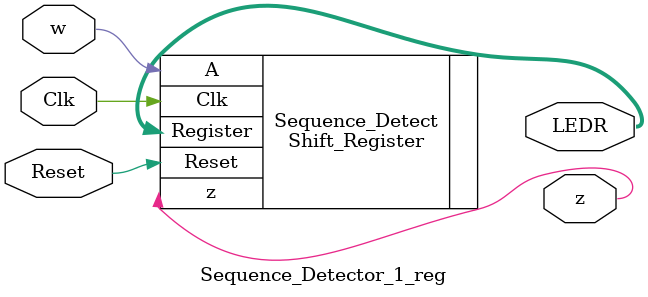
<source format=v>
`timescale 1ns/10ps

module Sequence_Detector_1_reg (w, z, Clk, Reset, LEDR);
	input w, Clk, Reset;
	output z;
	output [7:4] LEDR;
	Shift_Register Sequence_Detect (.A(w), .z(z), .Clk(Clk), .Reset(Reset), .Register(LEDR));
endmodule
</source>
